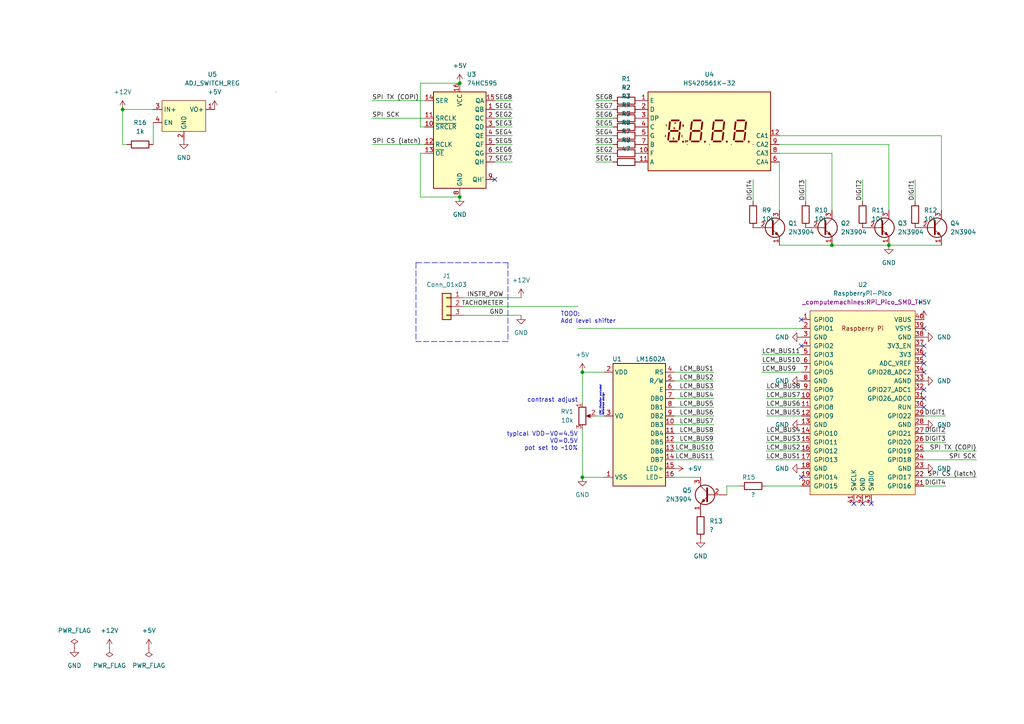
<source format=kicad_sch>
(kicad_sch (version 20211123) (generator eeschema)
  (paper "A4")
  (title_block (title "Lebaron Instrument Panel") (rev "0") (company "computemachines") (comment 1 "Tyler Parker"))
  (lib_symbols
    (symbol "74xx:74HC595"
      (property "Reference" "U" (at -7.62 13.97 0))
      (property "Value" "74HC595" (at -7.62 -16.51 0))
      (symbol "74HC595_1_0"
        (pin tri_state line (at 10.16 7.62 180) (length 2.54) (name "QB") (number "1"))
        (pin input line (at -10.16 2.54 0) (length 2.54) (name "~{SRCLR}") (number "10"))
        (pin input line (at -10.16 5.08 0) (length 2.54) (name "SRCLK") (number "11"))
        (pin input line (at -10.16 -2.54 0) (length 2.54) (name "RCLK") (number "12"))
        (pin input line (at -10.16 -5.08 0) (length 2.54) (name "~{OE}") (number "13"))
        (pin input line (at -10.16 10.16 0) (length 2.54) (name "SER") (number "14"))
        (pin tri_state line (at 10.16 10.16 180) (length 2.54) (name "QA") (number "15"))
        (pin power_in line (at 0 15.24 270) (length 2.54) (name "VCC") (number "16"))
        (pin tri_state line (at 10.16 5.08 180) (length 2.54) (name "QC") (number "2"))
        (pin tri_state line (at 10.16 2.54 180) (length 2.54) (name "QD") (number "3"))
        (pin tri_state line (at 10.16 0 180) (length 2.54) (name "QE") (number "4"))
        (pin tri_state line (at 10.16 -2.54 180) (length 2.54) (name "QF") (number "5"))
        (pin tri_state line (at 10.16 -5.08 180) (length 2.54) (name "QG") (number "6"))
        (pin tri_state line (at 10.16 -7.62 180) (length 2.54) (name "QH") (number "7"))
        (pin power_in line (at 0 -17.78 90) (length 2.54) (name "GND") (number "8"))
        (pin output line (at 10.16 -12.7 180) (length 2.54) (name "QH'") (number "9"))
      )
      (symbol "74HC595_1_1"
        (rectangle (start -7.62 12.7) (end 7.62 -15.24) (stroke (width 0.254)) (fill (type background)))
      )
    )
    (symbol "Connector_Generic:Conn_01x03" (pin_names (offset 1.016) hide)
      (property "Reference" "J" (at 0 5.08 0))
      (property "Value" "Conn_01x03" (at 0 -5.08 0))
      (symbol "Conn_01x03_1_1"
        (rectangle (start -1.27 -2.413) (end 0 -2.667) (stroke (width 0.1524)))
        (rectangle (start -1.27 0.127) (end 0 -0.127) (stroke (width 0.1524)))
        (rectangle (start -1.27 2.667) (end 0 2.413) (stroke (width 0.1524)))
        (rectangle (start -1.27 3.81) (end 1.27 -3.81) (stroke (width 0.254)) (fill (type background)))
        (pin passive line (at -5.08 2.54 0) (length 3.81) (name "Pin_1") (number "1"))
        (pin passive line (at -5.08 0 0) (length 3.81) (name "Pin_2") (number "2"))
        (pin passive line (at -5.08 -2.54 0) (length 3.81) (name "Pin_3") (number "3"))
      )
    )
    (symbol "Device:R" (pin_numbers hide) (pin_names (offset 0))
      (property "Reference" "R" (at 2.032 0 90))
      (property "Value" "R" (at 0 0 90))
      (symbol "R_0_1"
        (rectangle (start -1.016 -2.54) (end 1.016 2.54) (stroke (width 0.254)))
      )
      (symbol "R_1_1"
        (pin passive line (at 0 3.81 270) (length 1.27) (name "~") (number "1"))
        (pin passive line (at 0 -3.81 90) (length 1.27) (name "~") (number "2"))
      )
    )
    (symbol "Device:R_Potentiometer" (pin_names (offset 1.016) hide)
      (property "Reference" "RV" (at -4.445 0 90))
      (property "Value" "R_Potentiometer" (at -2.54 0 90))
      (symbol "R_Potentiometer_0_1"
        (polyline (pts (xy 2.54 0) (xy 1.524 0)))
        (polyline (pts (xy 1.143 0) (xy 2.286 0.508) (xy 2.286 -0.508) (xy 1.143 0)) (fill (type outline)))
        (rectangle (start 1.016 2.54) (end -1.016 -2.54) (stroke (width 0.254)))
      )
      (symbol "R_Potentiometer_1_1"
        (pin passive line (at 0 3.81 270) (length 1.27) (name "1") (number "1"))
        (pin passive line (at 3.81 0 180) (length 1.27) (name "2") (number "2"))
        (pin passive line (at 0 -3.81 90) (length 1.27) (name "3") (number "3"))
      )
    )
    (symbol "Transistor_BJT:2N3904" (pin_names (offset 0) hide)
      (property "Reference" "Q" (at 5.08 1.905 0))
      (property "Value" "2N3904" (at 5.08 0 0))
      (symbol "2N3904_0_1"
        (polyline (pts (xy 0.635 0.635) (xy 2.54 2.54)))
        (polyline (pts (xy 0.635 -0.635) (xy 2.54 -2.54) (xy 2.54 -2.54)))
        (polyline (pts (xy 0.635 1.905) (xy 0.635 -1.905) (xy 0.635 -1.905)) (stroke (width 0.508)))
        (polyline (pts (xy 1.27 -1.778) (xy 1.778 -1.27) (xy 2.286 -2.286) (xy 1.27 -1.778) (xy 1.27 -1.778)) (fill (type outline)))
        (circle (center 1.27 0) (radius 2.8194) (stroke (width 0.254)))
      )
      (symbol "2N3904_1_1"
        (pin passive line (at 2.54 -5.08 90) (length 2.54) (name "E") (number "1"))
        (pin passive line (at -5.08 0 0) (length 5.715) (name "B") (number "2"))
        (pin passive line (at 2.54 5.08 270) (length 2.54) (name "C") (number "3"))
      )
    )
    (symbol "_computemachines_symbol_library:ADJ_SWITCH_REG" (in_bom no) (on_board no)
      (property "Reference" "U" (at 0 8.89 0))
      (property "Value" "ADJ_SWITCH_REG" (at 0 11.43 0))
      (symbol "ADJ_SWITCH_REG_0_1"
        (rectangle (start -10.16 3.81) (end -10.16 3.81))
        (rectangle (start -6.35 7.62) (end 6.35 -1.27) (fill (type background)))
        (rectangle (start 26.67 10.16) (end 26.67 10.16))
      )
      (symbol "ADJ_SWITCH_REG_1_1"
        (pin power_out line (at 8.89 5.08 180) (length 2.54) (name "VO+") (number "1"))
        (pin power_in line (at 0 -3.81 90) (length 2.54) (name "GND") (number "2"))
        (pin power_in line (at -8.89 5.08 0) (length 2.54) (name "IN+") (number "3"))
        (pin input line (at -8.89 1.27 0) (length 2.54) (name "EN") (number "4"))
      )
    )
    (symbol "_computemachines_symbol_library:HS420561K-32"
      (property "Reference" "U" (at -17.78 12.7 0))
      (property "Value" "HS420561K-32" (at 17.78 12.7 0))
      (symbol "HS420561K-32_0_0"
        (pin input line (at -20.32 -6.35 0) (length 2.54) (name "F") (number "10"))
        (pin input line (at 20.32 -1.27 180) (length 2.54) (name "CA1") (number "12"))
      )
      (symbol "HS420561K-32_0_1"
        (rectangle (start -17.78 -11.43) (end 17.78 11.43) (stroke (width 0.254)) (fill (type background)))
        (rectangle (start -6.35 -3.81) (end -6.35 -3.81) (stroke (width 0.254)))
        (rectangle (start 0 -3.81) (end 0 -3.81) (stroke (width 0.254)))
        (polyline (pts (xy -6.35 -3.81) (xy -6.35 -3.81)) (stroke (width 0.254)))
        (polyline (pts (xy 0 -3.81) (xy 0 -3.81)) (stroke (width 0.254)))
        (polyline (pts (xy 6.35 -3.81) (xy 6.35 -3.81)) (stroke (width 0.254)))
        (polyline (pts (xy 12.7 -3.81) (xy 12.7 -3.81)) (stroke (width 0.254)))
        (rectangle (start 6.35 -3.81) (end 6.35 -3.81) (stroke (width 0.254)))
        (rectangle (start 12.7 -3.81) (end 12.7 -3.81) (stroke (width 0.254)))
      )
      (symbol "HS420561K-32_1_0"
        (text "A" (at -9.906 2.413 0) (effects (font (size 0.508 0.508))))
        (text "B" (at -7.62 1.651 0) (effects (font (size 0.508 0.508))))
        (text "C" (at -7.874 -1.397 0) (effects (font (size 0.508 0.508))))
        (text "D" (at -10.414 -2.159 0) (effects (font (size 0.508 0.508))))
        (text "DP" (at -6.604 -2.921 0) (effects (font (size 0.508 0.508))))
        (text "E" (at -12.7 -1.397 0) (effects (font (size 0.508 0.508))))
        (text "F" (at -12.446 1.651 0) (effects (font (size 0.508 0.508))))
        (text "G" (at -10.16 0.889 0) (effects (font (size 0.508 0.508))))
      )
      (symbol "HS420561K-32_1_1"
        (polyline (pts (xy -11.684 -0.381) (xy -11.938 -2.413)) (stroke (width 0.508)))
        (polyline (pts (xy -11.43 -2.921) (xy -9.398 -2.921)) (stroke (width 0.508)))
        (polyline (pts (xy -11.43 2.667) (xy -11.684 0.635)) (stroke (width 0.508)))
        (polyline (pts (xy -11.176 0.127) (xy -9.144 0.127)) (stroke (width 0.508)))
        (polyline (pts (xy -10.922 3.175) (xy -8.89 3.175)) (stroke (width 0.508)))
        (polyline (pts (xy -8.636 -0.381) (xy -8.89 -2.413)) (stroke (width 0.508)))
        (polyline (pts (xy -8.382 2.667) (xy -8.636 0.635)) (stroke (width 0.508)))
        (polyline (pts (xy -7.62 -3.048) (xy -7.62 -2.921)) (stroke (width 0.508)))
        (polyline (pts (xy -5.334 -0.381) (xy -5.588 -2.413)) (stroke (width 0.508)))
        (polyline (pts (xy -5.08 -2.921) (xy -3.048 -2.921)) (stroke (width 0.508)))
        (polyline (pts (xy -5.08 2.667) (xy -5.334 0.635)) (stroke (width 0.508)))
        (polyline (pts (xy -4.826 0.127) (xy -2.794 0.127)) (stroke (width 0.508)))
        (polyline (pts (xy -4.572 3.175) (xy -2.54 3.175)) (stroke (width 0.508)))
        (polyline (pts (xy -2.286 -0.381) (xy -2.54 -2.413)) (stroke (width 0.508)))
        (polyline (pts (xy -2.032 2.667) (xy -2.286 0.635)) (stroke (width 0.508)))
        (polyline (pts (xy -1.27 -3.048) (xy -1.27 -2.921)) (stroke (width 0.508)))
        (polyline (pts (xy 1.016 -0.381) (xy 0.762 -2.413)) (stroke (width 0.508)))
        (polyline (pts (xy 1.27 -2.921) (xy 3.302 -2.921)) (stroke (width 0.508)))
        (polyline (pts (xy 1.27 2.667) (xy 1.016 0.635)) (stroke (width 0.508)))
        (polyline (pts (xy 1.524 0.127) (xy 3.556 0.127)) (stroke (width 0.508)))
        (polyline (pts (xy 1.778 3.175) (xy 3.81 3.175)) (stroke (width 0.508)))
        (polyline (pts (xy 4.064 -0.381) (xy 3.81 -2.413)) (stroke (width 0.508)))
        (polyline (pts (xy 4.318 2.667) (xy 4.064 0.635)) (stroke (width 0.508)))
        (polyline (pts (xy 5.08 -3.048) (xy 5.08 -2.921)) (stroke (width 0.508)))
        (polyline (pts (xy 7.366 -0.381) (xy 7.112 -2.413)) (stroke (width 0.508)))
        (polyline (pts (xy 7.62 -2.921) (xy 9.652 -2.921)) (stroke (width 0.508)))
        (polyline (pts (xy 7.62 2.667) (xy 7.366 0.635)) (stroke (width 0.508)))
        (polyline (pts (xy 7.874 0.127) (xy 9.906 0.127)) (stroke (width 0.508)))
        (polyline (pts (xy 8.128 3.175) (xy 10.16 3.175)) (stroke (width 0.508)))
        (polyline (pts (xy 10.414 -0.381) (xy 10.16 -2.413)) (stroke (width 0.508)))
        (polyline (pts (xy 10.668 2.667) (xy 10.414 0.635)) (stroke (width 0.508)))
        (polyline (pts (xy 11.43 -3.048) (xy 11.43 -2.921)) (stroke (width 0.508)))
        (pin input line (at -20.32 8.89 0) (length 2.54) (name "E") (number "1"))
        (pin input line (at -20.32 -8.89 0) (length 2.54) (name "A") (number "11"))
        (pin input line (at -20.32 6.35 0) (length 2.54) (name "D") (number "2"))
        (pin input line (at -20.32 3.81 0) (length 2.54) (name "DP") (number "3"))
        (pin input line (at -20.32 1.27 0) (length 2.54) (name "C") (number "4"))
        (pin input line (at -20.32 -1.27 0) (length 2.54) (name "G") (number "5"))
        (pin input line (at 20.32 -8.89 180) (length 2.54) (name "CA4") (number "6"))
        (pin input line (at -20.32 -3.81 0) (length 2.54) (name "B") (number "7"))
        (pin input line (at 20.32 -6.35 180) (length 2.54) (name "CA3") (number "8"))
        (pin input line (at 20.32 -3.81 180) (length 2.54) (name "CA2") (number "9"))
      )
    )
    (symbol "_computemachines_symbol_library:LM1602A"
      (property "Reference" "U" (at -6.35 16.51 0))
      (property "Value" "LM1602A" (at -1.27 16.51 0))
      (symbol "LM1602A_0_1"
        (rectangle (start -7.62 15.24) (end 7.62 -20.32) (stroke (width 0.254)) (fill (type background)))
      )
      (symbol "LM1602A_1_1"
        (pin power_in line (at 10.16 -17.78 180) (length 2.54) (name "VSS") (number "1"))
        (pin bidirectional line (at -10.16 -2.54 0) (length 2.54) (name "DB3") (number "10"))
        (pin bidirectional line (at -10.16 -5.08 0) (length 2.54) (name "DB4") (number "11"))
        (pin bidirectional line (at -10.16 -7.62 0) (length 2.54) (name "DB5") (number "12"))
        (pin bidirectional line (at -10.16 -10.16 0) (length 2.54) (name "DB6") (number "13"))
        (pin bidirectional line (at -10.16 -12.7 0) (length 2.54) (name "DB7") (number "14"))
        (pin power_in line (at -10.16 -15.24 0) (length 2.54) (name "LED+") (number "15"))
        (pin power_in line (at -10.16 -17.78 0) (length 2.54) (name "LED-") (number "16"))
        (pin power_in line (at 10.16 12.7 180) (length 2.54) (name "VDD") (number "2"))
        (pin power_in line (at 10.16 0 180) (length 2.54) (name "VO") (number "3"))
        (pin input line (at -10.16 12.7 0) (length 2.54) (name "RS") (number "4"))
        (pin input line (at -10.16 10.16 0) (length 2.54) (name "R/W") (number "5"))
        (pin input line (at -10.16 7.62 0) (length 2.54) (name "E") (number "6"))
        (pin bidirectional line (at -10.16 5.08 0) (length 2.54) (name "DB0") (number "7"))
        (pin bidirectional line (at -10.16 2.54 0) (length 2.54) (name "DB1") (number "8"))
        (pin bidirectional line (at -10.16 0 0) (length 2.54) (name "DB2") (number "9"))
      )
    )
    (symbol "_computemachines_symbol_library:RaspberryPi-Pico" (pin_names (offset 1.016))
      (property "Reference" "U2" (at 0 31.75 0))
      (property "Value" "RaspberryPi-Pico" (at 0 29.21 0))
      (property "Footprint" "RPi_Pico:RPi_Pico_SMD_TH" (at 0 0 90))
      (symbol "RaspberryPi-Pico_0_0"
        (text "Raspberry Pi" (at 0 21.59 0) (effects (font (size 1.27 1.27))))
      )
      (symbol "RaspberryPi-Pico_0_1"
        (rectangle (start -15.24 26.67) (end 15.24 -26.67) (fill (type background)))
      )
      (symbol "RaspberryPi-Pico_1_1"
        (pin bidirectional line (at -17.78 24.13 0) (length 2.54) (name "GPIO0") (number "1"))
        (pin bidirectional line (at -17.78 1.27 0) (length 2.54) (name "GPIO7") (number "10"))
        (pin bidirectional line (at -17.78 -1.27 0) (length 2.54) (name "GPIO8") (number "11"))
        (pin bidirectional line (at -17.78 -3.81 0) (length 2.54) (name "GPIO9") (number "12"))
        (pin power_in line (at -17.78 -6.35 0) (length 2.54) (name "GND") (number "13"))
        (pin bidirectional line (at -17.78 -8.89 0) (length 2.54) (name "GPIO10") (number "14"))
        (pin bidirectional line (at -17.78 -11.43 0) (length 2.54) (name "GPIO11") (number "15"))
        (pin bidirectional line (at -17.78 -13.97 0) (length 2.54) (name "GPIO12") (number "16"))
        (pin bidirectional line (at -17.78 -16.51 0) (length 2.54) (name "GPIO13") (number "17"))
        (pin power_in line (at -17.78 -19.05 0) (length 2.54) (name "GND") (number "18"))
        (pin bidirectional line (at -17.78 -21.59 0) (length 2.54) (name "GPIO14") (number "19"))
        (pin bidirectional line (at -17.78 21.59 0) (length 2.54) (name "GPIO1") (number "2"))
        (pin bidirectional line (at -17.78 -24.13 0) (length 2.54) (name "GPIO15") (number "20"))
        (pin bidirectional line (at 17.78 -24.13 180) (length 2.54) (name "GPIO16") (number "21"))
        (pin bidirectional line (at 17.78 -21.59 180) (length 2.54) (name "GPIO17") (number "22"))
        (pin power_in line (at 17.78 -19.05 180) (length 2.54) (name "GND") (number "23"))
        (pin bidirectional line (at 17.78 -16.51 180) (length 2.54) (name "GPIO18") (number "24"))
        (pin bidirectional line (at 17.78 -13.97 180) (length 2.54) (name "GPIO19") (number "25"))
        (pin bidirectional line (at 17.78 -11.43 180) (length 2.54) (name "GPIO20") (number "26"))
        (pin bidirectional line (at 17.78 -8.89 180) (length 2.54) (name "GPIO21") (number "27"))
        (pin power_in line (at 17.78 -6.35 180) (length 2.54) (name "GND") (number "28"))
        (pin bidirectional line (at 17.78 -3.81 180) (length 2.54) (name "GPIO22") (number "29"))
        (pin power_in line (at -17.78 19.05 0) (length 2.54) (name "GND") (number "3"))
        (pin input line (at 17.78 -1.27 180) (length 2.54) (name "RUN") (number "30"))
        (pin bidirectional line (at 17.78 1.27 180) (length 2.54) (name "GPIO26_ADC0") (number "31"))
        (pin bidirectional line (at 17.78 3.81 180) (length 2.54) (name "GPIO27_ADC1") (number "32"))
        (pin power_in line (at 17.78 6.35 180) (length 2.54) (name "AGND") (number "33"))
        (pin bidirectional line (at 17.78 8.89 180) (length 2.54) (name "GPIO28_ADC2") (number "34"))
        (pin unspecified line (at 17.78 11.43 180) (length 2.54) (name "ADC_VREF") (number "35"))
        (pin unspecified line (at 17.78 13.97 180) (length 2.54) (name "3V3") (number "36"))
        (pin input line (at 17.78 16.51 180) (length 2.54) (name "3V3_EN") (number "37"))
        (pin power_in line (at 17.78 19.05 180) (length 2.54) (name "GND") (number "38"))
        (pin power_in line (at 17.78 21.59 180) (length 2.54) (name "VSYS") (number "39"))
        (pin bidirectional line (at -17.78 16.51 0) (length 2.54) (name "GPIO2") (number "4"))
        (pin power_in line (at 17.78 24.13 180) (length 2.54) (name "VBUS") (number "40"))
        (pin input line (at -2.54 -29.21 90) (length 2.54) (name "SWCLK") (number "41"))
        (pin power_in line (at 0 -29.21 90) (length 2.54) (name "GND") (number "42"))
        (pin bidirectional line (at 2.54 -29.21 90) (length 2.54) (name "SWDIO") (number "43"))
        (pin bidirectional line (at -17.78 13.97 0) (length 2.54) (name "GPIO3") (number "5"))
        (pin bidirectional line (at -17.78 11.43 0) (length 2.54) (name "GPIO4") (number "6"))
        (pin bidirectional line (at -17.78 8.89 0) (length 2.54) (name "GPIO5") (number "7"))
        (pin power_in line (at -17.78 6.35 0) (length 2.54) (name "GND") (number "8"))
        (pin bidirectional line (at -17.78 3.81 0) (length 2.54) (name "GPIO6") (number "9"))
      )
    )
    (symbol "power:+12V" (power) (pin_names (offset 0))
      (property "Value" "+12V" (at 0 3.556 0))
      (symbol "+12V_0_1"
        (polyline (pts (xy -0.762 1.27) (xy 0 2.54)))
        (polyline (pts (xy 0 0) (xy 0 2.54)))
        (polyline (pts (xy 0 2.54) (xy 0.762 1.27)))
      )
      (symbol "+12V_1_1"
        (pin power_in line (at 0 0 90) (length 0) hide (name "+12V") (number "1"))
      )
    )
    (symbol "power:+5V" (power) (pin_names (offset 0))
      (property "Value" "+5V" (at 0 3.556 0))
      (symbol "+5V_0_1"
        (polyline (pts (xy -0.762 1.27) (xy 0 2.54)))
        (polyline (pts (xy 0 0) (xy 0 2.54)))
        (polyline (pts (xy 0 2.54) (xy 0.762 1.27)))
      )
      (symbol "+5V_1_1"
        (pin power_in line (at 0 0 90) (length 0) hide (name "+5V") (number "1"))
      )
    )
    (symbol "power:GND" (power) (pin_names (offset 0))
      (property "Value" "GND" (at 0 -3.81 0))
      (symbol "GND_0_1"
        (polyline (pts (xy 0 0) (xy 0 -1.27) (xy 1.27 -1.27) (xy 0 -2.54) (xy -1.27 -1.27) (xy 0 -1.27)))
      )
      (symbol "GND_1_1"
        (pin power_in line (at 0 0 270) (length 0) hide (name "GND") (number "1"))
      )
    )
    (symbol "power:PWR_FLAG" (power) (pin_numbers hide) (pin_names (offset 0) hide)
      (property "Value" "PWR_FLAG" (at 0 3.81 0))
      (symbol "PWR_FLAG_0_0"
        (pin power_out line (at 0 0 90) (length 0) (name "pwr") (number "1"))
      )
      (symbol "PWR_FLAG_0_1"
        (polyline (pts (xy 0 0) (xy 0 1.27) (xy -1.016 1.905) (xy 0 2.54) (xy 1.016 1.905) (xy 0 1.27)))
      )
    )
  )
  (junction (at 168.91 138.43))
  (junction (at 168.91 107.95))
  (junction (at 133.35 57.15))
  (junction (at 35.56 31.75))
  (junction (at 133.35 24.13))
  (junction (at 257.81 71.12))
  (junction (at 241.3 71.12))
  (no_connect (at 232.41 138.43))
  (no_connect (at 143.51 52.07))
  (no_connect (at 232.41 100.33))
  (no_connect (at 232.41 92.71))
  (no_connect (at 267.97 107.95))
  (no_connect (at 267.97 113.03))
  (no_connect (at 267.97 115.57))
  (no_connect (at 267.97 118.11))
  (no_connect (at 267.97 100.33))
  (no_connect (at 267.97 102.87))
  (no_connect (at 267.97 105.41))
  (no_connect (at 247.65 146.05))
  (no_connect (at 250.19 146.05))
  (no_connect (at 252.73 146.05))
  (no_connect (at 267.97 95.25))
  (wire (pts (xy 203.2 138.43) (xy 195.58 138.43)))
  (wire (pts (xy 195.58 110.49) (xy 207.01 110.49)))
  (wire (pts (xy 143.51 46.99) (xy 148.59 46.99)))
  (wire (pts (xy 274.32 120.65) (xy 267.97 120.65)))
  (wire (pts (xy 195.58 115.57) (xy 207.01 115.57)))
  (wire (pts (xy 265.43 52.07) (xy 265.43 58.42)))
  (wire (pts (xy 177.8 39.37) (xy 172.72 39.37)))
  (wire (pts (xy 168.91 116.84) (xy 168.91 107.95)))
  (wire (pts (xy 177.8 46.99) (xy 172.72 46.99)))
  (wire (pts (xy 195.58 133.35) (xy 207.01 133.35)))
  (wire (pts (xy 172.72 120.65) (xy 175.26 120.65)))
  (wire (pts (xy 123.19 29.21) (xy 107.95 29.21)))
  (wire (pts (xy 143.51 36.83) (xy 148.59 36.83)))
  (wire (pts (xy 177.8 31.75) (xy 172.72 31.75)))
  (polyline (pts (xy 147.32 76.2) (xy 147.32 99.06)))
  (wire (pts (xy 233.68 52.07) (xy 233.68 58.42)))
  (wire (pts (xy 35.56 31.75) (xy 35.56 41.91)))
  (wire (pts (xy 226.06 44.45) (xy 241.3 44.45)))
  (wire (pts (xy 232.41 118.11) (xy 222.25 118.11)))
  (wire (pts (xy 195.58 125.73) (xy 207.01 125.73)))
  (wire (pts (xy 121.92 36.83) (xy 123.19 36.83)))
  (wire (pts (xy 143.51 29.21) (xy 148.59 29.21)))
  (wire (pts (xy 121.92 36.83) (xy 121.92 24.13)))
  (wire (pts (xy 134.62 86.36) (xy 151.13 86.36)))
  (wire (pts (xy 121.92 44.45) (xy 121.92 57.15)))
  (wire (pts (xy 195.58 120.65) (xy 207.01 120.65)))
  (wire (pts (xy 226.06 71.12) (xy 241.3 71.12)))
  (wire (pts (xy 232.41 95.25) (xy 167.64 95.25)))
  (wire (pts (xy 143.51 44.45) (xy 148.59 44.45)))
  (wire (pts (xy 177.8 36.83) (xy 172.72 36.83)))
  (wire (pts (xy 232.41 115.57) (xy 222.25 115.57)))
  (wire (pts (xy 210.82 143.51) (xy 210.82 140.97)))
  (wire (pts (xy 177.8 41.91) (xy 172.72 41.91)))
  (wire (pts (xy 267.97 133.35) (xy 283.21 133.35)))
  (wire (pts (xy 177.8 29.21) (xy 172.72 29.21)))
  (wire (pts (xy 143.51 39.37) (xy 148.59 39.37)))
  (polyline (pts (xy 120.65 76.2) (xy 147.32 76.2)))
  (wire (pts (xy 257.81 71.12) (xy 273.05 71.12)))
  (polyline (pts (xy 147.32 99.06) (xy 120.65 99.06)))
  (wire (pts (xy 232.41 120.65) (xy 222.25 120.65)))
  (wire (pts (xy 143.51 41.91) (xy 148.59 41.91)))
  (wire (pts (xy 241.3 44.45) (xy 241.3 60.96)))
  (wire (pts (xy 257.81 41.91) (xy 257.81 60.96)))
  (wire (pts (xy 241.3 71.12) (xy 257.81 71.12)))
  (wire (pts (xy 226.06 41.91) (xy 257.81 41.91)))
  (wire (pts (xy 226.06 60.96) (xy 226.06 46.99)))
  (wire (pts (xy 220.98 107.95) (xy 232.41 107.95)))
  (wire (pts (xy 220.98 105.41) (xy 232.41 105.41)))
  (wire (pts (xy 143.51 34.29) (xy 148.59 34.29)))
  (wire (pts (xy 232.41 130.81) (xy 222.25 130.81)))
  (wire (pts (xy 36.83 41.91) (xy 35.56 41.91)))
  (wire (pts (xy 121.92 24.13) (xy 133.35 24.13)))
  (wire (pts (xy 123.19 34.29) (xy 107.95 34.29)))
  (wire (pts (xy 177.8 34.29) (xy 172.72 34.29)))
  (wire (pts (xy 168.91 124.46) (xy 168.91 138.43)))
  (wire (pts (xy 232.41 125.73) (xy 222.25 125.73)))
  (wire (pts (xy 218.44 52.07) (xy 218.44 58.42)))
  (wire (pts (xy 250.19 52.07) (xy 250.19 58.42)))
  (wire (pts (xy 195.58 113.03) (xy 207.01 113.03)))
  (wire (pts (xy 210.82 140.97) (xy 214.63 140.97)))
  (wire (pts (xy 220.98 102.87) (xy 232.41 102.87)))
  (wire (pts (xy 195.58 128.27) (xy 207.01 128.27)))
  (wire (pts (xy 195.58 130.81) (xy 207.01 130.81)))
  (wire (pts (xy 44.45 31.75) (xy 35.56 31.75)))
  (wire (pts (xy 232.41 133.35) (xy 222.25 133.35)))
  (wire (pts (xy 177.8 44.45) (xy 172.72 44.45)))
  (wire (pts (xy 222.25 140.97) (xy 232.41 140.97)))
  (wire (pts (xy 123.19 41.91) (xy 107.95 41.91)))
  (wire (pts (xy 121.92 57.15) (xy 133.35 57.15)))
  (wire (pts (xy 44.45 35.56) (xy 44.45 41.91)))
  (wire (pts (xy 134.62 91.44) (xy 151.13 91.44)))
  (wire (pts (xy 168.91 107.95) (xy 175.26 107.95)))
  (wire (pts (xy 274.32 125.73) (xy 267.97 125.73)))
  (wire (pts (xy 175.26 138.43) (xy 168.91 138.43)))
  (wire (pts (xy 134.62 88.9) (xy 167.64 88.9)))
  (wire (pts (xy 267.97 138.43) (xy 283.21 138.43)))
  (wire (pts (xy 195.58 118.11) (xy 207.01 118.11)))
  (wire (pts (xy 267.97 130.81) (xy 283.21 130.81)))
  (wire (pts (xy 143.51 31.75) (xy 148.59 31.75)))
  (wire (pts (xy 226.06 39.37) (xy 273.05 39.37)))
  (wire (pts (xy 232.41 128.27) (xy 222.25 128.27)))
  (wire (pts (xy 274.32 128.27) (xy 267.97 128.27)))
  (wire (pts (xy 195.58 123.19) (xy 207.01 123.19)))
  (wire (pts (xy 232.41 113.03) (xy 222.25 113.03)))
  (wire (pts (xy 195.58 107.95) (xy 207.01 107.95)))
  (wire (pts (xy 273.05 39.37) (xy 273.05 60.96)))
  (wire (pts (xy 274.32 140.97) (xy 267.97 140.97)))
  (polyline (pts (xy 120.65 76.2) (xy 120.65 99.06)))
  (wire (pts (xy 121.92 44.45) (xy 123.19 44.45)))
  (text "TODO:\nAdd level shifter" (at 162.56 93.98 0) (effects (font (size 1.27 1.27)) (justify left bottom)))
  (text "typical VDD-V0=4.5V\nV0=0.5V\npot set to ~10%" (at 167.64 130.81 180) (effects (font (size 1.27 1.27)) (justify right bottom)))
  (text "ERC Violation excluded\nReference design" (at 175.26 120.65 90) (effects (font (size 0.5 0.5) italic) (justify left bottom)))
  (text "contrast adjust\n" (at 167.64 116.84 180) (effects (font (size 1.27 1.27)) (justify right bottom)))
  (label "SEG2" (at 172.72 44.45 0))
  (label "SEG3" (at 148.59 36.83 180))
  (label "LCM_BUS6" (at 207.01 120.65 180))
  (label "SEG1" (at 172.72 46.99 0))
  (label "LCM_BUS9" (at 207.01 128.27 180))
  (label "LCM_BUS1" (at 207.01 107.95 180))
  (label "DIGIT3" (at 274.32 128.27 180))
  (label "DIGIT1" (at 265.43 52.07 270))
  (label "SEG2" (at 148.59 34.29 180))
  (label "LCM_BUS11" (at 207.01 133.35 180))
  (label "LCM_BUS7" (at 222.25 115.57 0))
  (label "DIGIT4" (at 274.32 140.97 180))
  (label "TACHOMETER" (at 146.05 88.9 180))
  (label "SPI TX (COPI)" (at 107.95 29.21 0))
  (label "SEG8" (at 148.59 29.21 180))
  (label "SPI SCK" (at 107.95 34.29 0))
  (label "SEG1" (at 148.59 31.75 180))
  (label "SEG5" (at 148.59 41.91 180))
  (label "SEG7" (at 172.72 31.75 0))
  (label "LCM_BUS2" (at 222.25 130.81 0))
  (label "LCM_BUS2" (at 207.01 110.49 180))
  (label "LCM_BUS8" (at 207.01 125.73 180))
  (label "LCM_BUS11" (at 220.98 102.87 0))
  (label "LCM_BUS9" (at 220.98 107.95 0))
  (label "LCM_BUS3" (at 207.01 113.03 180))
  (label "DIGIT2" (at 250.19 52.07 270))
  (label "SEG6" (at 148.59 44.45 180))
  (label "SEG8" (at 172.72 29.21 0))
  (label "GND" (at 146.05 91.44 180))
  (label "SEG5" (at 172.72 36.83 0))
  (label "LCM_BUS6" (at 222.25 118.11 0))
  (label "LCM_BUS7" (at 207.01 123.19 180))
  (label "LCM_BUS10" (at 220.98 105.41 0))
  (label "LCM_BUS5" (at 207.01 118.11 180))
  (label "SEG4" (at 148.59 39.37 180))
  (label "INSTR_POW" (at 146.05 86.36 180))
  (label "LCM_BUS3" (at 222.25 128.27 0))
  (label "SEG7" (at 148.59 46.99 180))
  (label "SPI SCK" (at 283.21 133.35 180))
  (label "LCM_BUS4" (at 207.01 115.57 180))
  (label "SEG4" (at 172.72 39.37 0))
  (label "LCM_BUS1" (at 222.25 133.35 0))
  (label "DIGIT4" (at 218.44 52.07 270))
  (label "SEG6" (at 172.72 34.29 0))
  (label "DIGIT1" (at 274.32 120.65 180))
  (label "LCM_BUS4" (at 222.25 125.73 0))
  (label "LCM_BUS10" (at 207.01 130.81 180))
  (label "SEG3" (at 172.72 41.91 0))
  (label "DIGIT2" (at 274.32 125.73 180))
  (label "LCM_BUS8" (at 222.25 113.03 0))
  (label "SPI CS (latch)" (at 107.95 41.91 0))
  (label "DIGIT3" (at 233.68 52.07 270))
  (label "LCM_BUS5" (at 222.25 120.65 0))
  (label "SPI CS (latch)" (at 283.21 138.43 180))
  (label "SPI TX (COPI)" (at 283.21 130.81 180))
  (symbol (lib_id "power:+5V") (at 195.58 135.89 270) (mirror x) (unit 1)
    (property "Reference" "#PWR014" (effects hide))
    (property "Value" "+5V" (at 199.39 135.8899 90) (effects (justify left)))
  )
  (symbol (lib_id "power:GND") (at 267.97 135.89 90) (unit 1)
    (property "Reference" "#PWR013" (effects hide))
    (property "Value" "GND" (at 271.78 135.8899 90) (effects (justify right)))
  )
  (symbol (lib_id "Device:R") (at 181.61 46.99 90) (unit 1)
    (property "Reference" "R8" (at 181.61 40.64 90))
    (property "Value" "47" (at 181.61 43.18 90))
    (property "Footprint" "Resistor_THT:R_Axial_DIN0207_L6.3mm_D2.5mm_P10.16mm_Horizontal" (effects hide))
  )
  (symbol (lib_id "power:GND") (at 257.81 71.12 0) (unit 1)
    (property "Reference" "#PWR015" (effects hide))
    (property "Value" "GND" (at 257.81 76.2 0))
  )
  (symbol (lib_id "power:GND") (at 203.2 156.21 0) (mirror y) (unit 1)
    (property "Reference" "#PWR04" (effects hide))
    (property "Value" "GND" (at 203.2 161.29 0))
  )
  (symbol (lib_id "Device:R") (at 40.64 41.91 90) (unit 1)
    (property "Reference" "R16" (at 40.64 35.56 90))
    (property "Value" "1k" (at 40.64 38.1 90))
    (property "Footprint" "Resistor_THT:R_Axial_DIN0207_L6.3mm_D2.5mm_P10.16mm_Horizontal" (effects hide))
  )
  (symbol (lib_id "Transistor_BJT:2N3904") (at 223.52 66.04 0) (unit 1)
    (property "Reference" "Q1" (at 228.6 64.7699 0) (effects (justify left)))
    (property "Value" "2N3904" (at 228.6 67.3099 0) (effects (justify left)))
    (property "Footprint" "Package_TO_SOT_THT:TO-92_Inline" (effects hide))
    (property "Datasheet" "https://www.onsemi.com/pub/Collateral/2N3903-D.PDF" (effects hide))
  )
  (symbol (lib_id "_computemachines_symbol_library:HS420561K-32") (at 205.74 38.1 0) (unit 1)
    (property "Reference" "U4" (at 205.74 21.59 0))
    (property "Value" "HS420561K-32" (at 205.74 24.13 0))
    (property "Footprint" "_computemachines:HS420561K-32" (effects hide))
  )
  (symbol (lib_id "power:GND") (at 267.97 110.49 90) (unit 1)
    (property "Reference" "#PWR011" (effects hide))
    (property "Value" "GND" (at 271.78 110.4899 90) (effects (justify right)))
  )
  (symbol (lib_id "Device:R") (at 181.61 44.45 90) (unit 1)
    (property "Reference" "R7" (at 181.61 38.1 90))
    (property "Value" "47" (at 181.61 40.64 90))
    (property "Footprint" "Resistor_THT:R_Axial_DIN0207_L6.3mm_D2.5mm_P10.16mm_Horizontal" (effects hide))
  )
  (symbol (lib_id "power:GND") (at 232.41 135.89 270) (unit 1)
    (property "Reference" "#PWR08" (effects hide))
    (property "Value" "GND" (at 224.79 135.89 90) (effects (justify left)))
  )
  (symbol (lib_id "power:GND") (at 232.41 123.19 270) (unit 1)
    (property "Reference" "#PWR07" (effects hide))
    (property "Value" "GND" (at 224.79 123.19 90) (effects (justify left)))
  )
  (symbol (lib_id "power:+5V") (at 43.18 187.96 0) (mirror y) (unit 1)
    (property "Reference" "#PWR016" (effects hide))
    (property "Value" "+5V" (at 43.18 182.88 0))
  )
  (symbol (lib_id "power:+12V") (at 31.75 187.96 0) (unit 1)
    (property "Reference" "#PWR0103" (effects hide))
    (property "Value" "+12V" (at 31.75 182.88 0))
  )
  (symbol (lib_id "Connector_Generic:Conn_01x03") (at 129.54 88.9 0) (mirror y) (unit 1)
    (property "Reference" "J1" (at 129.54 80.01 0))
    (property "Value" "Conn_01x03" (at 129.54 82.55 0))
    (property "Footprint" "Connector_PinHeader_2.54mm:PinHeader_1x03_P2.54mm_Vertical" (effects hide))
  )
  (symbol (lib_id "Device:R") (at 218.44 62.23 0) (unit 1)
    (property "Reference" "R9" (at 220.98 60.9599 0) (effects (justify left)))
    (property "Value" "10k" (at 220.98 63.4999 0) (effects (justify left)))
    (property "Footprint" "Resistor_THT:R_Axial_DIN0207_L6.3mm_D2.5mm_P10.16mm_Horizontal" (effects hide))
  )
  (symbol (lib_id "power:GND") (at 53.34 40.64 0) (unit 1)
    (property "Reference" "#PWR018" (effects hide))
    (property "Value" "GND" (at 53.34 45.72 0))
  )
  (symbol (lib_id "power:GND") (at 21.59 187.96 0) (unit 1)
    (property "Reference" "#PWR0102" (effects hide))
    (property "Value" "GND" (at 21.59 193.04 0))
  )
  (symbol (lib_id "Device:R") (at 250.19 62.23 0) (unit 1)
    (property "Reference" "R11" (at 252.73 60.9599 0) (effects (justify left)))
    (property "Value" "10k" (at 252.73 63.4999 0) (effects (justify left)))
    (property "Footprint" "Resistor_THT:R_Axial_DIN0207_L6.3mm_D2.5mm_P10.16mm_Horizontal" (effects hide))
  )
  (symbol (lib_id "Device:R") (at 203.2 152.4 180) (unit 1)
    (property "Reference" "R13" (at 205.74 151.1299 0) (effects (justify right)))
    (property "Value" "?" (at 205.74 153.6699 0) (effects (justify right)))
    (property "Footprint" "Resistor_THT:R_Axial_DIN0207_L6.3mm_D2.5mm_P10.16mm_Horizontal" (effects hide))
  )
  (symbol (lib_id "Transistor_BJT:2N3904") (at 270.51 66.04 0) (unit 1)
    (property "Reference" "Q4" (at 275.59 64.7699 0) (effects (justify left)))
    (property "Value" "2N3904" (at 275.59 67.3099 0) (effects (justify left)))
    (property "Footprint" "Package_TO_SOT_THT:TO-92_Inline" (effects hide))
    (property "Datasheet" "https://www.onsemi.com/pub/Collateral/2N3903-D.PDF" (effects hide))
  )
  (symbol (lib_id "power:GND") (at 232.41 110.49 270) (unit 1)
    (property "Reference" "#PWR06" (effects hide))
    (property "Value" "GND" (at 224.79 110.49 90) (effects (justify left)))
  )
  (symbol (lib_id "Transistor_BJT:2N3904") (at 238.76 66.04 0) (unit 1)
    (property "Reference" "Q2" (at 243.84 64.7699 0) (effects (justify left)))
    (property "Value" "2N3904" (at 243.84 67.3099 0) (effects (justify left)))
    (property "Footprint" "Package_TO_SOT_THT:TO-92_Inline" (effects hide))
    (property "Datasheet" "https://www.onsemi.com/pub/Collateral/2N3903-D.PDF" (effects hide))
  )
  (symbol (lib_id "power:PWR_FLAG") (at 43.18 187.96 180) (unit 1)
    (property "Reference" "#FLG01" (effects hide))
    (property "Value" "PWR_FLAG" (at 43.18 193.04 0))
  )
  (symbol (lib_id "Transistor_BJT:2N3904") (at 205.74 143.51 0) (mirror y) (unit 1)
    (property "Reference" "Q5" (at 200.66 142.2399 0) (effects (justify left)))
    (property "Value" "2N3904" (at 200.66 144.7799 0) (effects (justify left)))
    (property "Footprint" "Package_TO_SOT_THT:TO-92_Inline" (effects hide))
    (property "Datasheet" "https://www.onsemi.com/pub/Collateral/2N3903-D.PDF" (effects hide))
  )
  (symbol (lib_id "Device:R") (at 181.61 29.21 90) (unit 1)
    (property "Reference" "R1" (at 181.61 22.86 90))
    (property "Value" "47" (at 181.61 25.4 90))
    (property "Footprint" "Resistor_THT:R_Axial_DIN0207_L6.3mm_D2.5mm_P10.16mm_Horizontal" (effects hide))
  )
  (symbol (lib_id "_computemachines_symbol_library:RaspberryPi-Pico") (at 250.19 116.84 0) (unit 1)
    (property "Reference" "U2" (at 250.19 82.55 0))
    (property "Value" "RaspberryPi-Pico" (at 250.19 85.09 0))
    (property "Footprint" "_computemachines:RPi_Pico_SMD_TH" (at 250.19 87.63 0))
  )
  (symbol (lib_id "power:PWR_FLAG") (at 21.59 187.96 0) (unit 1)
    (property "Reference" "#FLG0101" (effects hide))
    (property "Value" "PWR_FLAG" (at 21.59 182.88 0))
  )
  (symbol (lib_id "Device:R_Potentiometer") (at 168.91 120.65 0) (unit 1)
    (property "Reference" "RV1" (at 166.37 119.3799 0) (effects (justify right)))
    (property "Value" "10k" (at 166.37 121.9199 0) (effects (justify right)))
    (property "Footprint" "Potentiometer_THT:Potentiometer_ACP_CA9-V10_Vertical" (effects hide))
  )
  (symbol (lib_id "power:+5V") (at 62.23 31.75 0) (unit 1)
    (property "Reference" "#PWR019" (effects hide))
    (property "Value" "+5V" (at 62.23 26.67 0))
  )
  (symbol (lib_id "_computemachines_symbol_library:LM1602A") (at 185.42 120.65 0) (mirror y) (unit 1)
    (property "Reference" "U1" (at 180.34 104.14 0) (effects (justify left)))
    (property "Value" "LM1602A" (at 193.04 104.14 0) (effects (justify left)))
    (property "Footprint" "_computemachines:LCM1602A" (effects hide))
  )
  (symbol (lib_id "Transistor_BJT:2N3904") (at 255.27 66.04 0) (unit 1)
    (property "Reference" "Q3" (at 260.35 64.7699 0) (effects (justify left)))
    (property "Value" "2N3904" (at 260.35 67.3099 0) (effects (justify left)))
    (property "Footprint" "Package_TO_SOT_THT:TO-92_Inline" (effects hide))
    (property "Datasheet" "https://www.onsemi.com/pub/Collateral/2N3903-D.PDF" (effects hide))
  )
  (symbol (lib_id "power:+5V") (at 267.97 92.71 0) (unit 1)
    (property "Reference" "#PWR09" (effects hide))
    (property "Value" "+5V" (at 267.97 87.63 0))
  )
  (symbol (lib_id "Device:R") (at 181.61 41.91 90) (unit 1)
    (property "Reference" "R6" (at 181.61 35.56 90))
    (property "Value" "47" (at 181.61 38.1 90))
    (property "Footprint" "Resistor_THT:R_Axial_DIN0207_L6.3mm_D2.5mm_P10.16mm_Horizontal" (effects hide))
  )
  (symbol (lib_id "power:+12V") (at 35.56 31.75 0) (unit 1)
    (property "Reference" "#PWR017" (effects hide))
    (property "Value" "+12V" (at 35.56 26.67 0))
  )
  (symbol (lib_id "_computemachines_symbol_library:ADJ_SWITCH_REG") (at 53.34 36.83 0) (unit 1)
    (property "Reference" "U5" (at 61.595 21.59 0))
    (property "Value" "ADJ_SWITCH_REG" (at 61.595 24.13 0))
    (property "Footprint" "_computemachines:Adjust_Switch_Regulator_Module_B08R6337QY" (effects hide))
  )
  (symbol (lib_id "power:GND") (at 133.35 57.15 0) (unit 1)
    (property "Reference" "#PWR0107" (effects hide))
    (property "Value" "GND" (at 133.35 62.23 0))
  )
  (symbol (lib_id "Device:R") (at 181.61 36.83 90) (unit 1)
    (property "Reference" "R4" (at 181.61 30.48 90))
    (property "Value" "47" (at 181.61 33.02 90))
    (property "Footprint" "Resistor_THT:R_Axial_DIN0207_L6.3mm_D2.5mm_P10.16mm_Horizontal" (effects hide))
  )
  (symbol (lib_id "power:GND") (at 267.97 123.19 90) (unit 1)
    (property "Reference" "#PWR012" (effects hide))
    (property "Value" "GND" (at 271.78 123.1899 90) (effects (justify right)))
  )
  (symbol (lib_id "Device:R") (at 233.68 62.23 0) (unit 1)
    (property "Reference" "R10" (at 236.22 60.9599 0) (effects (justify left)))
    (property "Value" "10k" (at 236.22 63.4999 0) (effects (justify left)))
    (property "Footprint" "Resistor_THT:R_Axial_DIN0207_L6.3mm_D2.5mm_P10.16mm_Horizontal" (effects hide))
  )
  (symbol (lib_id "Device:R") (at 181.61 39.37 90) (unit 1)
    (property "Reference" "R5" (at 181.61 33.02 90))
    (property "Value" "47" (at 181.61 35.56 90))
    (property "Footprint" "Resistor_THT:R_Axial_DIN0207_L6.3mm_D2.5mm_P10.16mm_Horizontal" (effects hide))
  )
  (symbol (lib_id "Device:R") (at 218.44 140.97 90) (unit 1)
    (property "Reference" "R15" (at 217.17 138.43 90))
    (property "Value" "?" (at 218.44 143.51 90))
    (property "Footprint" "Resistor_THT:R_Axial_DIN0207_L6.3mm_D2.5mm_P10.16mm_Horizontal" (effects hide))
  )
  (symbol (lib_id "Device:R") (at 181.61 34.29 90) (unit 1)
    (property "Reference" "R3" (at 181.61 27.94 90))
    (property "Value" "47" (at 181.61 30.48 90))
    (property "Footprint" "Resistor_THT:R_Axial_DIN0207_L6.3mm_D2.5mm_P10.16mm_Horizontal" (effects hide))
  )
  (symbol (lib_id "power:PWR_FLAG") (at 31.75 187.96 180) (unit 1)
    (property "Reference" "#FLG0102" (effects hide))
    (property "Value" "PWR_FLAG" (at 31.75 193.04 0))
  )
  (symbol (lib_id "power:GND") (at 232.41 97.79 270) (unit 1)
    (property "Reference" "#PWR05" (effects hide))
    (property "Value" "GND" (at 224.79 97.79 90) (effects (justify left)))
  )
  (symbol (lib_id "power:GND") (at 267.97 97.79 90) (unit 1)
    (property "Reference" "#PWR010" (effects hide))
    (property "Value" "GND" (at 271.78 97.7899 90) (effects (justify right)))
  )
  (symbol (lib_id "Device:R") (at 181.61 31.75 90) (unit 1)
    (property "Reference" "R2" (at 181.61 25.4 90))
    (property "Value" "47" (at 181.61 27.94 90))
    (property "Footprint" "Resistor_THT:R_Axial_DIN0207_L6.3mm_D2.5mm_P10.16mm_Horizontal" (effects hide))
  )
  (symbol (lib_id "Device:R") (at 265.43 62.23 0) (unit 1)
    (property "Reference" "R12" (at 267.97 60.9599 0) (effects (justify left)))
    (property "Value" "10k" (at 267.97 63.4999 0) (effects (justify left)))
    (property "Footprint" "Resistor_THT:R_Axial_DIN0207_L6.3mm_D2.5mm_P10.16mm_Horizontal" (effects hide))
  )
  (symbol (lib_id "power:+5V") (at 168.91 107.95 0) (mirror y) (unit 1)
    (property "Reference" "#PWR02" (effects hide))
    (property "Value" "+5V" (at 168.91 102.87 0))
  )
  (symbol (lib_id "power:GND") (at 168.91 138.43 0) (mirror y) (unit 1)
    (property "Reference" "#PWR03" (effects hide))
    (property "Value" "GND" (at 168.91 143.51 0))
  )
  (symbol (lib_id "power:+5V") (at 133.35 24.13 0) (unit 1)
    (property "Reference" "#PWR01" (effects hide))
    (property "Value" "+5V" (at 133.35 19.05 0))
  )
  (symbol (lib_id "power:GND") (at 151.13 91.44 0) (mirror y) (unit 1)
    (property "Reference" "#PWR0104" (effects hide))
    (property "Value" "GND" (at 151.13 96.52 0))
  )
  (symbol (lib_id "74xx:74HC595") (at 133.35 39.37 0) (unit 1)
    (property "Reference" "U3" (at 135.3694 21.59 0) (effects (justify left)))
    (property "Value" "74HC595" (at 135.3694 24.13 0) (effects (justify left)))
    (property "Footprint" "Package_DIP:DIP-16_W7.62mm" (effects hide))
    (property "Datasheet" "http://www.ti.com/lit/ds/symlink/sn74hc595.pdf" (effects hide))
  )
  (symbol (lib_id "power:+12V") (at 151.13 86.36 0) (unit 1)
    (property "Reference" "#PWR0101" (effects hide))
    (property "Value" "+12V" (at 151.13 81.28 0))
  )
)
</source>
